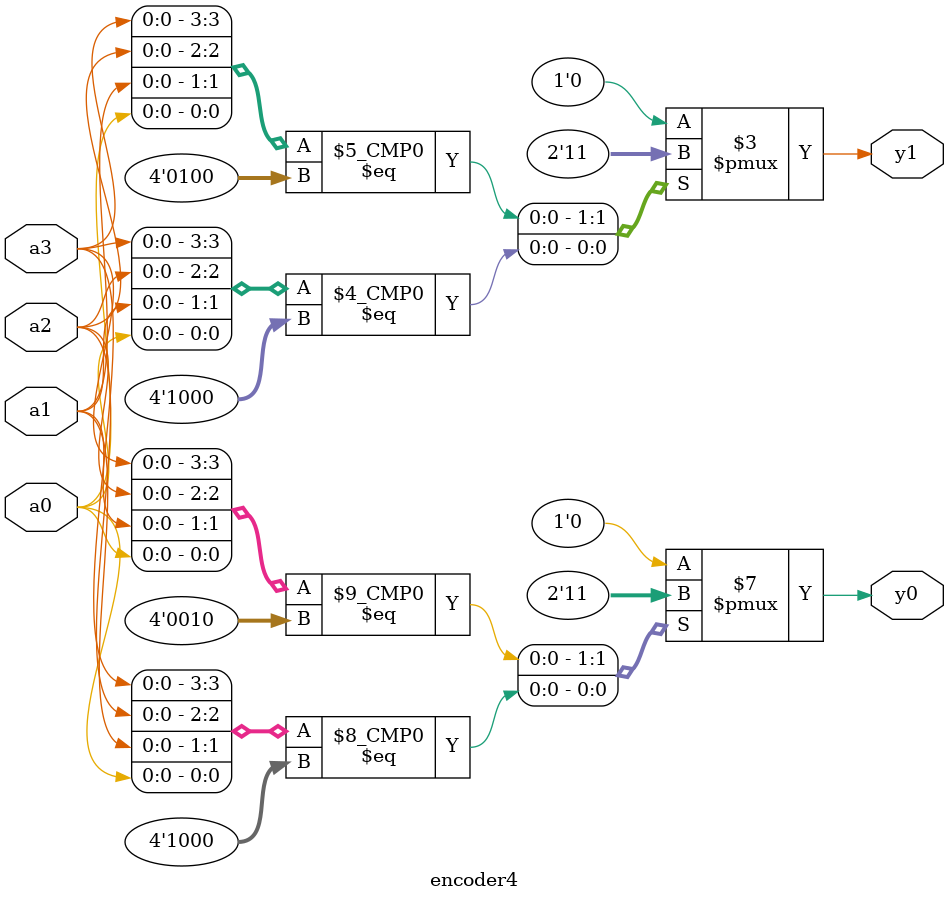
<source format=v>
module encoder4(

    input       a0,
	 input       a1,
	 input       a2,
	 input       a3,
	 
    output reg  y0,
	 output reg  y1 
);

    always @(*) begin
				
        case({a3,a2,a1,a0})
            4'b0001 :begin
							y0=1'b0;
							y1=1'b0;
							end
				
            4'b0010 :begin
							y0=1'b1;
							y1=1'b0;
							end
				
            4'b0100 :begin
							y0=1'b0;
							y1=1'b1;
							end
				
            4'b1000 :begin
							y0=1'b1;
							y1=1'b1;
							end
				
            default begin
							y0=1'b0;
							y1=1'b0;
							end
        endcase
    end
endmodule

</source>
